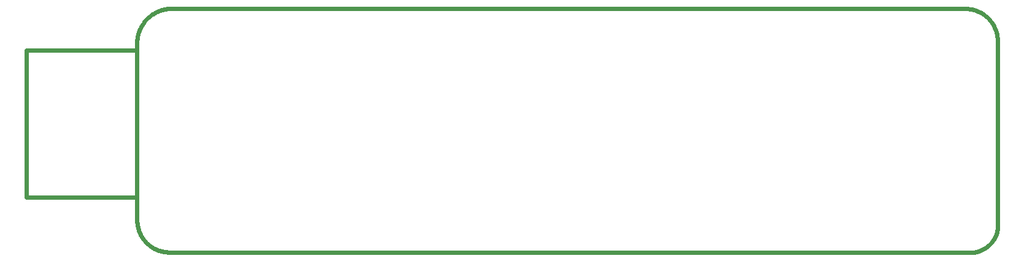
<source format=gko>
G75*
%MOIN*%
%OFA0B0*%
%FSLAX25Y25*%
%IPPOS*%
%LPD*%
%AMOC8*
5,1,8,0,0,1.08239X$1,22.5*
%
%ADD10C,0.02400*%
D10*
X0062200Y0019907D02*
X0062200Y0032407D01*
X0062200Y0112407D01*
X0062200Y0117407D01*
X0062200Y0112407D02*
X0002200Y0112407D01*
X0002200Y0032407D01*
X0062200Y0032407D01*
X0062200Y0019907D02*
X0062205Y0019484D01*
X0062220Y0019062D01*
X0062246Y0018639D01*
X0062282Y0018218D01*
X0062328Y0017798D01*
X0062384Y0017378D01*
X0062450Y0016961D01*
X0062526Y0016545D01*
X0062612Y0016131D01*
X0062709Y0015719D01*
X0062815Y0015310D01*
X0062931Y0014903D01*
X0063057Y0014499D01*
X0063192Y0014099D01*
X0063337Y0013701D01*
X0063492Y0013308D01*
X0063656Y0012918D01*
X0063830Y0012532D01*
X0064013Y0012151D01*
X0064205Y0011774D01*
X0064406Y0011402D01*
X0064616Y0011035D01*
X0064834Y0010673D01*
X0065062Y0010317D01*
X0065298Y0009966D01*
X0065542Y0009621D01*
X0065795Y0009282D01*
X0066056Y0008949D01*
X0066324Y0008622D01*
X0066601Y0008302D01*
X0066885Y0007989D01*
X0067177Y0007683D01*
X0067476Y0007384D01*
X0067782Y0007092D01*
X0068095Y0006808D01*
X0068415Y0006531D01*
X0068742Y0006263D01*
X0069075Y0006002D01*
X0069414Y0005749D01*
X0069759Y0005505D01*
X0070110Y0005269D01*
X0070466Y0005041D01*
X0070828Y0004823D01*
X0071195Y0004613D01*
X0071567Y0004412D01*
X0071944Y0004220D01*
X0072325Y0004037D01*
X0072711Y0003863D01*
X0073101Y0003699D01*
X0073494Y0003544D01*
X0073892Y0003399D01*
X0074292Y0003264D01*
X0074696Y0003138D01*
X0075103Y0003022D01*
X0075512Y0002916D01*
X0075924Y0002819D01*
X0076338Y0002733D01*
X0076754Y0002657D01*
X0077171Y0002591D01*
X0077591Y0002535D01*
X0078011Y0002489D01*
X0078432Y0002453D01*
X0078855Y0002427D01*
X0079277Y0002412D01*
X0079700Y0002407D01*
X0512200Y0002407D01*
X0529700Y0014907D02*
X0529700Y0117407D01*
X0529695Y0117830D01*
X0529680Y0118252D01*
X0529654Y0118675D01*
X0529618Y0119096D01*
X0529572Y0119516D01*
X0529516Y0119936D01*
X0529450Y0120353D01*
X0529374Y0120769D01*
X0529288Y0121183D01*
X0529191Y0121595D01*
X0529085Y0122004D01*
X0528969Y0122411D01*
X0528843Y0122815D01*
X0528708Y0123215D01*
X0528563Y0123613D01*
X0528408Y0124006D01*
X0528244Y0124396D01*
X0528070Y0124782D01*
X0527887Y0125163D01*
X0527695Y0125540D01*
X0527494Y0125912D01*
X0527284Y0126279D01*
X0527066Y0126641D01*
X0526838Y0126997D01*
X0526602Y0127348D01*
X0526358Y0127693D01*
X0526105Y0128032D01*
X0525844Y0128365D01*
X0525576Y0128692D01*
X0525299Y0129012D01*
X0525015Y0129325D01*
X0524723Y0129631D01*
X0524424Y0129930D01*
X0524118Y0130222D01*
X0523805Y0130506D01*
X0523485Y0130783D01*
X0523158Y0131051D01*
X0522825Y0131312D01*
X0522486Y0131565D01*
X0522141Y0131809D01*
X0521790Y0132045D01*
X0521434Y0132273D01*
X0521072Y0132491D01*
X0520705Y0132701D01*
X0520333Y0132902D01*
X0519956Y0133094D01*
X0519575Y0133277D01*
X0519189Y0133451D01*
X0518799Y0133615D01*
X0518406Y0133770D01*
X0518008Y0133915D01*
X0517608Y0134050D01*
X0517204Y0134176D01*
X0516797Y0134292D01*
X0516388Y0134398D01*
X0515976Y0134495D01*
X0515562Y0134581D01*
X0515146Y0134657D01*
X0514729Y0134723D01*
X0514309Y0134779D01*
X0513889Y0134825D01*
X0513468Y0134861D01*
X0513045Y0134887D01*
X0512623Y0134902D01*
X0512200Y0134907D01*
X0082200Y0134907D01*
X0081747Y0134932D01*
X0081293Y0134946D01*
X0080839Y0134949D01*
X0080385Y0134940D01*
X0079931Y0134921D01*
X0079478Y0134891D01*
X0079025Y0134850D01*
X0078574Y0134798D01*
X0078125Y0134735D01*
X0077676Y0134662D01*
X0077230Y0134577D01*
X0076786Y0134482D01*
X0076345Y0134376D01*
X0075906Y0134259D01*
X0075470Y0134132D01*
X0075037Y0133995D01*
X0074608Y0133846D01*
X0074182Y0133688D01*
X0073761Y0133519D01*
X0073343Y0133341D01*
X0072930Y0133152D01*
X0072522Y0132953D01*
X0072118Y0132744D01*
X0071720Y0132526D01*
X0071327Y0132298D01*
X0070940Y0132061D01*
X0070559Y0131815D01*
X0070183Y0131559D01*
X0069814Y0131294D01*
X0069452Y0131021D01*
X0069096Y0130739D01*
X0068747Y0130448D01*
X0068405Y0130149D01*
X0068071Y0129842D01*
X0067744Y0129526D01*
X0067425Y0129203D01*
X0067114Y0128873D01*
X0066810Y0128535D01*
X0066515Y0128189D01*
X0066229Y0127837D01*
X0065951Y0127478D01*
X0065682Y0127112D01*
X0065421Y0126740D01*
X0065170Y0126362D01*
X0064928Y0125978D01*
X0064696Y0125588D01*
X0064473Y0125192D01*
X0064259Y0124791D01*
X0064055Y0124385D01*
X0063861Y0123975D01*
X0063677Y0123560D01*
X0063504Y0123140D01*
X0063340Y0122716D01*
X0063187Y0122289D01*
X0063044Y0121858D01*
X0062911Y0121424D01*
X0062789Y0120986D01*
X0062678Y0120546D01*
X0062577Y0120103D01*
X0062487Y0119658D01*
X0062408Y0119211D01*
X0062339Y0118762D01*
X0062282Y0118311D01*
X0062235Y0117860D01*
X0062200Y0117407D01*
X0512200Y0002407D02*
X0512563Y0002351D01*
X0512928Y0002304D01*
X0513293Y0002265D01*
X0513659Y0002236D01*
X0514026Y0002215D01*
X0514394Y0002203D01*
X0514761Y0002200D01*
X0515128Y0002206D01*
X0515496Y0002221D01*
X0515862Y0002244D01*
X0516228Y0002277D01*
X0516594Y0002318D01*
X0516958Y0002369D01*
X0517320Y0002427D01*
X0517682Y0002495D01*
X0518041Y0002572D01*
X0518399Y0002657D01*
X0518754Y0002750D01*
X0519107Y0002853D01*
X0519457Y0002963D01*
X0519805Y0003082D01*
X0520150Y0003210D01*
X0520491Y0003346D01*
X0520829Y0003490D01*
X0521164Y0003642D01*
X0521494Y0003802D01*
X0521821Y0003970D01*
X0522144Y0004146D01*
X0522462Y0004330D01*
X0522776Y0004521D01*
X0523085Y0004720D01*
X0523389Y0004927D01*
X0523688Y0005140D01*
X0523982Y0005361D01*
X0524270Y0005589D01*
X0524553Y0005824D01*
X0524830Y0006065D01*
X0525101Y0006313D01*
X0525366Y0006568D01*
X0525625Y0006829D01*
X0525877Y0007096D01*
X0526123Y0007369D01*
X0526362Y0007648D01*
X0526595Y0007932D01*
X0526820Y0008222D01*
X0527039Y0008518D01*
X0527250Y0008819D01*
X0527454Y0009124D01*
X0527650Y0009435D01*
X0527839Y0009750D01*
X0528020Y0010070D01*
X0528193Y0010394D01*
X0528359Y0010722D01*
X0528516Y0011054D01*
X0528666Y0011390D01*
X0528807Y0011729D01*
X0528940Y0012072D01*
X0529065Y0012417D01*
X0529181Y0012766D01*
X0529289Y0013117D01*
X0529389Y0013471D01*
X0529480Y0013827D01*
X0529562Y0014185D01*
X0529635Y0014545D01*
X0529700Y0014907D01*
M02*

</source>
